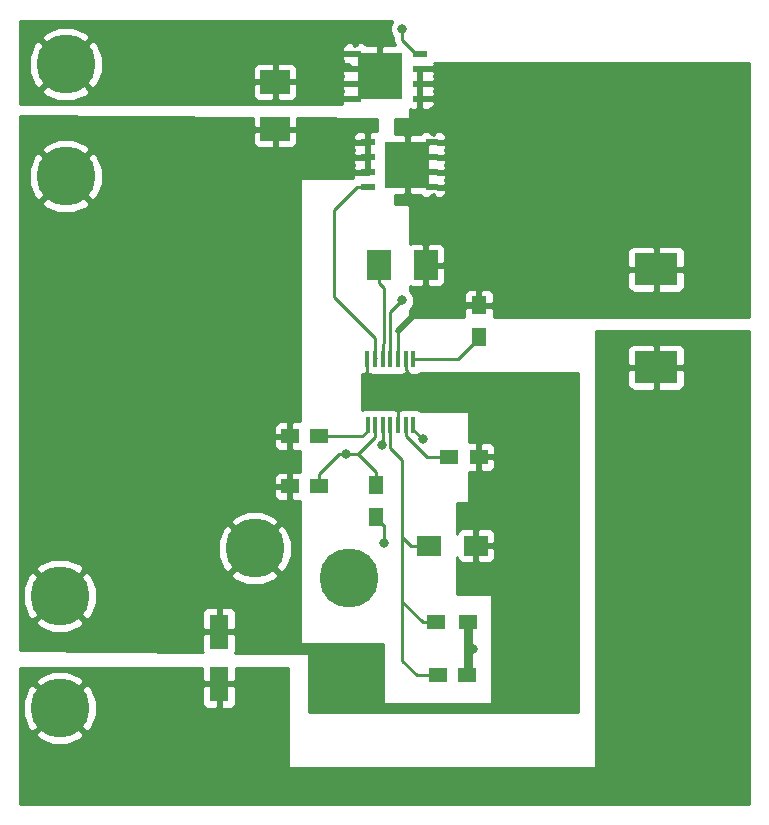
<source format=gbr>
G04 #@! TF.GenerationSoftware,KiCad,Pcbnew,(5.0.0)*
G04 #@! TF.CreationDate,2018-12-18T17:12:43+00:00*
G04 #@! TF.ProjectId,lm3150,6C6D333135302E6B696361645F706362,rev?*
G04 #@! TF.SameCoordinates,Original*
G04 #@! TF.FileFunction,Copper,L1,Top,Signal*
G04 #@! TF.FilePolarity,Positive*
%FSLAX46Y46*%
G04 Gerber Fmt 4.6, Leading zero omitted, Abs format (unit mm)*
G04 Created by KiCad (PCBNEW (5.0.0)) date 12/18/18 17:12:43*
%MOMM*%
%LPD*%
G01*
G04 APERTURE LIST*
G04 #@! TA.AperFunction,SMDPad,CuDef*
%ADD10R,2.500000X2.000000*%
G04 #@! TD*
G04 #@! TA.AperFunction,SMDPad,CuDef*
%ADD11R,1.500000X1.250000*%
G04 #@! TD*
G04 #@! TA.AperFunction,SMDPad,CuDef*
%ADD12R,2.000000X2.500000*%
G04 #@! TD*
G04 #@! TA.AperFunction,SMDPad,CuDef*
%ADD13R,1.600000X3.000000*%
G04 #@! TD*
G04 #@! TA.AperFunction,SMDPad,CuDef*
%ADD14R,3.600000X2.700000*%
G04 #@! TD*
G04 #@! TA.AperFunction,ComponentPad*
%ADD15C,5.000000*%
G04 #@! TD*
G04 #@! TA.AperFunction,SMDPad,CuDef*
%ADD16R,1.270000X0.610000*%
G04 #@! TD*
G04 #@! TA.AperFunction,SMDPad,CuDef*
%ADD17R,1.020000X0.610000*%
G04 #@! TD*
G04 #@! TA.AperFunction,SMDPad,CuDef*
%ADD18R,3.810000X3.910000*%
G04 #@! TD*
G04 #@! TA.AperFunction,SMDPad,CuDef*
%ADD19R,1.300000X1.500000*%
G04 #@! TD*
G04 #@! TA.AperFunction,SMDPad,CuDef*
%ADD20R,1.500000X1.300000*%
G04 #@! TD*
G04 #@! TA.AperFunction,SMDPad,CuDef*
%ADD21R,2.000000X1.700000*%
G04 #@! TD*
G04 #@! TA.AperFunction,SMDPad,CuDef*
%ADD22R,0.431800X1.397000*%
G04 #@! TD*
G04 #@! TA.AperFunction,ViaPad*
%ADD23C,0.800000*%
G04 #@! TD*
G04 #@! TA.AperFunction,Conductor*
%ADD24C,0.250000*%
G04 #@! TD*
G04 #@! TA.AperFunction,Conductor*
%ADD25C,0.500000*%
G04 #@! TD*
G04 #@! TA.AperFunction,Conductor*
%ADD26C,0.750000*%
G04 #@! TD*
G04 #@! TA.AperFunction,Conductor*
%ADD27C,0.254000*%
G04 #@! TD*
G04 APERTURE END LIST*
D10*
G04 #@! TO.P,C1,1*
G04 #@! TO.N,+12V*
X117750000Y-43000000D03*
G04 #@! TO.P,C1,2*
G04 #@! TO.N,GND*
X117750000Y-47000000D03*
G04 #@! TD*
D11*
G04 #@! TO.P,C2,2*
G04 #@! TO.N,+12V*
X121500000Y-77250000D03*
G04 #@! TO.P,C2,1*
G04 #@! TO.N,GND*
X119000000Y-77250000D03*
G04 #@! TD*
G04 #@! TO.P,C3,1*
G04 #@! TO.N,Net-(C3-Pad1)*
X132500000Y-74750000D03*
G04 #@! TO.P,C3,2*
G04 #@! TO.N,GND*
X135000000Y-74750000D03*
G04 #@! TD*
G04 #@! TO.P,C4,1*
G04 #@! TO.N,GND*
X119000000Y-73000000D03*
G04 #@! TO.P,C4,2*
G04 #@! TO.N,Net-(C4-Pad2)*
X121500000Y-73000000D03*
G04 #@! TD*
D12*
G04 #@! TO.P,C5,2*
G04 #@! TO.N,Net-(C5-Pad2)*
X126500000Y-58500000D03*
G04 #@! TO.P,C5,1*
G04 #@! TO.N,Net-(C5-Pad1)*
X130500000Y-58500000D03*
G04 #@! TD*
D11*
G04 #@! TO.P,C6,2*
G04 #@! TO.N,Net-(C6-Pad2)*
X134000000Y-93250000D03*
G04 #@! TO.P,C6,1*
G04 #@! TO.N,Net-(C6-Pad1)*
X131500000Y-93250000D03*
G04 #@! TD*
D13*
G04 #@! TO.P,C7,2*
G04 #@! TO.N,GND*
X113000000Y-89550000D03*
G04 #@! TO.P,C7,1*
G04 #@! TO.N,Net-(C6-Pad2)*
X113000000Y-93950000D03*
G04 #@! TD*
D14*
G04 #@! TO.P,L1,2*
G04 #@! TO.N,Net-(C6-Pad2)*
X150000000Y-67150000D03*
G04 #@! TO.P,L1,1*
G04 #@! TO.N,Net-(C5-Pad1)*
X150000000Y-58850000D03*
G04 #@! TD*
D15*
G04 #@! TO.P,MH1,1*
G04 #@! TO.N,GND*
X100000000Y-51000000D03*
G04 #@! TD*
G04 #@! TO.P,MH2,1*
G04 #@! TO.N,+12V*
X100000000Y-41500000D03*
G04 #@! TD*
G04 #@! TO.P,MH3,1*
G04 #@! TO.N,GND*
X116000000Y-82500000D03*
G04 #@! TD*
G04 #@! TO.P,MH4,1*
G04 #@! TO.N,Net-(MH4-Pad1)*
X124000000Y-85000000D03*
G04 #@! TD*
G04 #@! TO.P,MH5,1*
G04 #@! TO.N,Net-(C6-Pad2)*
X99500000Y-96000000D03*
G04 #@! TD*
G04 #@! TO.P,MH6,1*
G04 #@! TO.N,GND*
X99500000Y-86500000D03*
G04 #@! TD*
D16*
G04 #@! TO.P,Q1,1*
G04 #@! TO.N,Net-(C5-Pad1)*
X129980000Y-44405000D03*
G04 #@! TO.P,Q1,2*
X129980000Y-43135000D03*
G04 #@! TO.P,Q1,3*
X129980000Y-41865000D03*
G04 #@! TO.P,Q1,4*
G04 #@! TO.N,Net-(Q1-Pad4)*
X129980000Y-40595000D03*
D17*
G04 #@! TO.P,Q1,5*
G04 #@! TO.N,+12V*
X124515000Y-40595000D03*
X124515000Y-41865000D03*
X124515000Y-43135000D03*
X124515000Y-44405000D03*
D18*
X126620000Y-42500000D03*
G04 #@! TD*
G04 #@! TO.P,Q2,5*
G04 #@! TO.N,Net-(C5-Pad1)*
X128940000Y-50000000D03*
D17*
X131045000Y-48095000D03*
X131045000Y-49365000D03*
X131045000Y-50635000D03*
X131045000Y-51905000D03*
D16*
G04 #@! TO.P,Q2,4*
G04 #@! TO.N,Net-(Q2-Pad4)*
X125580000Y-51905000D03*
G04 #@! TO.P,Q2,3*
G04 #@! TO.N,GND*
X125580000Y-50635000D03*
G04 #@! TO.P,Q2,2*
X125580000Y-49365000D03*
G04 #@! TO.P,Q2,1*
X125580000Y-48095000D03*
G04 #@! TD*
D19*
G04 #@! TO.P,R1,2*
G04 #@! TO.N,Net-(R1-Pad2)*
X126250000Y-79850000D03*
G04 #@! TO.P,R1,1*
G04 #@! TO.N,+12V*
X126250000Y-77150000D03*
G04 #@! TD*
G04 #@! TO.P,R2,1*
G04 #@! TO.N,Net-(R2-Pad1)*
X135000000Y-64600000D03*
G04 #@! TO.P,R2,2*
G04 #@! TO.N,Net-(C5-Pad1)*
X135000000Y-61900000D03*
G04 #@! TD*
D20*
G04 #@! TO.P,R3,2*
G04 #@! TO.N,Net-(C6-Pad1)*
X131400000Y-88750000D03*
G04 #@! TO.P,R3,1*
G04 #@! TO.N,Net-(C6-Pad2)*
X134100000Y-88750000D03*
G04 #@! TD*
D21*
G04 #@! TO.P,R4,2*
G04 #@! TO.N,GND*
X134750000Y-82250000D03*
G04 #@! TO.P,R4,1*
G04 #@! TO.N,Net-(C6-Pad1)*
X130750000Y-82250000D03*
G04 #@! TD*
D22*
G04 #@! TO.P,U1,14*
G04 #@! TO.N,GND*
X125556900Y-66456000D03*
G04 #@! TO.P,U1,13*
G04 #@! TO.N,Net-(Q2-Pad4)*
X126204600Y-66456000D03*
G04 #@! TO.P,U1,12*
G04 #@! TO.N,Net-(C5-Pad2)*
X126852300Y-66456000D03*
G04 #@! TO.P,U1,11*
G04 #@! TO.N,Net-(Q1-Pad4)*
X127500000Y-66456000D03*
G04 #@! TO.P,U1,10*
G04 #@! TO.N,Net-(C5-Pad1)*
X128160400Y-66456000D03*
G04 #@! TO.P,U1,9*
G04 #@! TO.N,GND*
X128808100Y-66456000D03*
G04 #@! TO.P,U1,8*
G04 #@! TO.N,Net-(R2-Pad1)*
X129455800Y-66456000D03*
G04 #@! TO.P,U1,7*
G04 #@! TO.N,Net-(R1-Pad2)*
X129455800Y-72044000D03*
G04 #@! TO.P,U1,6*
G04 #@! TO.N,Net-(C3-Pad1)*
X128808100Y-72044000D03*
G04 #@! TO.P,U1,5*
G04 #@! TO.N,GND*
X128160400Y-72044000D03*
G04 #@! TO.P,U1,4*
G04 #@! TO.N,Net-(C6-Pad1)*
X127500000Y-72044000D03*
G04 #@! TO.P,U1,3*
G04 #@! TO.N,Net-(MH4-Pad1)*
X126865000Y-72044000D03*
G04 #@! TO.P,U1,2*
G04 #@! TO.N,+12V*
X126204600Y-72044000D03*
G04 #@! TO.P,U1,1*
G04 #@! TO.N,Net-(C4-Pad2)*
X125569600Y-72044000D03*
G04 #@! TD*
D23*
G04 #@! TO.N,+12V*
X121250000Y-43250000D03*
X123750000Y-74500000D03*
G04 #@! TO.N,GND*
X129000000Y-68000000D03*
X128000000Y-70500000D03*
X126000000Y-68500000D03*
X126000000Y-68500000D03*
G04 #@! TO.N,Net-(C6-Pad2)*
X134500000Y-91000000D03*
X145500000Y-91000000D03*
G04 #@! TO.N,Net-(MH4-Pad1)*
X126775000Y-73750000D03*
G04 #@! TO.N,Net-(Q1-Pad4)*
X128500000Y-61500000D03*
X128500000Y-38500000D03*
G04 #@! TO.N,Net-(R1-Pad2)*
X130250000Y-73250000D03*
X127000000Y-82000000D03*
G04 #@! TD*
D24*
G04 #@! TO.N,+12V*
X117750000Y-43000000D02*
X121000000Y-43000000D01*
X121000000Y-43000000D02*
X121250000Y-43250000D01*
X121500000Y-76375000D02*
X121500000Y-77250000D01*
X121500000Y-76184315D02*
X121500000Y-76375000D01*
X123184315Y-74500000D02*
X121500000Y-76184315D01*
X123750000Y-74500000D02*
X123184315Y-74500000D01*
X123750000Y-74500000D02*
X124750000Y-74500000D01*
X126250000Y-76000000D02*
X126250000Y-77150000D01*
X124750000Y-74500000D02*
X126250000Y-76000000D01*
X126204600Y-73045400D02*
X126204600Y-72044000D01*
X124750000Y-74500000D02*
X126204600Y-73045400D01*
X125985000Y-43135000D02*
X126620000Y-42500000D01*
X124515000Y-43135000D02*
X125985000Y-43135000D01*
X124515000Y-40595000D02*
X123405000Y-40595000D01*
X123405000Y-40595000D02*
X123405000Y-41095000D01*
X126620000Y-42495000D02*
X126620000Y-42500000D01*
X124720000Y-40595000D02*
X126620000Y-42495000D01*
X124515000Y-40595000D02*
X124720000Y-40595000D01*
X123945000Y-41500000D02*
X123000000Y-41500000D01*
X124310000Y-41865000D02*
X123945000Y-41500000D01*
X124515000Y-41865000D02*
X124310000Y-41865000D01*
X123405000Y-41095000D02*
X123000000Y-41500000D01*
X123000000Y-41500000D02*
X121250000Y-43250000D01*
X122405000Y-44405000D02*
X121250000Y-43250000D01*
X124515000Y-44405000D02*
X122405000Y-44405000D01*
G04 #@! TO.N,GND*
X125556900Y-66456000D02*
X125556900Y-67274999D01*
X128808100Y-67404500D02*
X129000000Y-67596400D01*
X128808100Y-66456000D02*
X128808100Y-67404500D01*
X129000000Y-67596400D02*
X129000000Y-68000000D01*
X128160400Y-72044000D02*
X128160400Y-70660400D01*
X128160400Y-70660400D02*
X128000000Y-70500000D01*
X125556900Y-66456000D02*
X125556900Y-68056900D01*
X125556900Y-68056900D02*
X126000000Y-68500000D01*
G04 #@! TO.N,Net-(C3-Pad1)*
X128808100Y-72992500D02*
X128808100Y-72044000D01*
X130565600Y-74750000D02*
X128808100Y-72992500D01*
X132500000Y-74750000D02*
X130565600Y-74750000D01*
G04 #@! TO.N,Net-(C4-Pad2)*
X125569600Y-72526600D02*
X125569600Y-72044000D01*
X125096200Y-73000000D02*
X125569600Y-72526600D01*
X121500000Y-73000000D02*
X125096200Y-73000000D01*
G04 #@! TO.N,Net-(C5-Pad2)*
X126852300Y-65507500D02*
X126852300Y-66456000D01*
X126852300Y-65220702D02*
X126852300Y-65507500D01*
X126975001Y-65098001D02*
X126852300Y-65220702D01*
X126975001Y-60475001D02*
X126975001Y-65098001D01*
X126500000Y-60000000D02*
X126975001Y-60475001D01*
X126500000Y-58500000D02*
X126500000Y-60000000D01*
D25*
G04 #@! TO.N,Net-(C5-Pad1)*
X135000000Y-61900000D02*
X130350000Y-61900000D01*
D24*
X128160400Y-64089600D02*
X128160400Y-66456000D01*
D25*
X130350000Y-61900000D02*
X128160400Y-64089600D01*
D24*
X128940000Y-49995000D02*
X128940000Y-50000000D01*
X130840000Y-48095000D02*
X128940000Y-49995000D01*
X131045000Y-48095000D02*
X130840000Y-48095000D01*
X129575000Y-49365000D02*
X128940000Y-50000000D01*
X131045000Y-49365000D02*
X129575000Y-49365000D01*
X129575000Y-50635000D02*
X128940000Y-50000000D01*
X131045000Y-50635000D02*
X129575000Y-50635000D01*
X128940000Y-50005000D02*
X128940000Y-50000000D01*
X130840000Y-51905000D02*
X128940000Y-50005000D01*
X131045000Y-51905000D02*
X130840000Y-51905000D01*
G04 #@! TO.N,Net-(C6-Pad2)*
X134100000Y-93150000D02*
X134000000Y-93250000D01*
X134100000Y-90600000D02*
X134500000Y-91000000D01*
X134100000Y-90500000D02*
X134100000Y-90600000D01*
D26*
X134100000Y-90500000D02*
X134100000Y-93150000D01*
X134100000Y-88750000D02*
X134100000Y-90500000D01*
D24*
G04 #@! TO.N,Net-(C6-Pad1)*
X127500000Y-72044000D02*
X127500000Y-74000000D01*
X127500000Y-74000000D02*
X128500000Y-75000000D01*
X129750000Y-93250000D02*
X131500000Y-93250000D01*
X128500000Y-92000000D02*
X129750000Y-93250000D01*
X128500000Y-87000000D02*
X128500000Y-92000000D01*
X130250000Y-88750000D02*
X131400000Y-88750000D01*
X128500000Y-87000000D02*
X130250000Y-88750000D01*
X128500000Y-81000000D02*
X128500000Y-81500000D01*
X128500000Y-81000000D02*
X128500000Y-87000000D01*
X128500000Y-75000000D02*
X128500000Y-81000000D01*
X129250000Y-82250000D02*
X130750000Y-82250000D01*
X128500000Y-81500000D02*
X129250000Y-82250000D01*
G04 #@! TO.N,Net-(MH4-Pad1)*
X126865000Y-72044000D02*
X126865000Y-73660000D01*
X126865000Y-73660000D02*
X126775000Y-73750000D01*
G04 #@! TO.N,Net-(Q1-Pad4)*
X127500000Y-66456000D02*
X127500000Y-62500000D01*
X127500000Y-62500000D02*
X128500000Y-61500000D01*
X129650000Y-40595000D02*
X129980000Y-40595000D01*
X128500000Y-39445000D02*
X129650000Y-40595000D01*
X128500000Y-38500000D02*
X128500000Y-39445000D01*
G04 #@! TO.N,Net-(Q2-Pad4)*
X126250000Y-66410600D02*
X126204600Y-66456000D01*
X126204600Y-64704600D02*
X126204600Y-66456000D01*
X122750000Y-61250000D02*
X126204600Y-64704600D01*
X122750000Y-53850000D02*
X122750000Y-61250000D01*
X125580000Y-51905000D02*
X124695000Y-51905000D01*
X124695000Y-51905000D02*
X122750000Y-53850000D01*
G04 #@! TO.N,Net-(R1-Pad2)*
X129455800Y-72044000D02*
X129455800Y-72455800D01*
X129455800Y-72455800D02*
X130250000Y-73250000D01*
X127000000Y-80600000D02*
X126250000Y-79850000D01*
X127000000Y-82000000D02*
X127000000Y-80600000D01*
G04 #@! TO.N,Net-(R2-Pad1)*
X135000000Y-64700000D02*
X135000000Y-64600000D01*
X133244000Y-66456000D02*
X135000000Y-64700000D01*
X129455800Y-66456000D02*
X133244000Y-66456000D01*
G04 #@! TD*
D27*
G04 #@! TO.N,+12V*
G36*
X127622569Y-37913720D02*
X127465000Y-38294126D01*
X127465000Y-38705874D01*
X127622569Y-39086280D01*
X127740001Y-39203712D01*
X127740001Y-39370149D01*
X127725112Y-39445000D01*
X127784097Y-39741537D01*
X127873000Y-39874590D01*
X127873000Y-39910000D01*
X126905750Y-39910000D01*
X126747000Y-40068750D01*
X126747000Y-42373000D01*
X126767000Y-42373000D01*
X126767000Y-42627000D01*
X126747000Y-42627000D01*
X126747000Y-42647000D01*
X126493000Y-42647000D01*
X126493000Y-42627000D01*
X126473000Y-42627000D01*
X126473000Y-42373000D01*
X126493000Y-42373000D01*
X126493000Y-40068750D01*
X126334250Y-39910000D01*
X125543026Y-39910000D01*
X125384698Y-39751673D01*
X125151309Y-39655000D01*
X124800750Y-39655000D01*
X124642000Y-39813750D01*
X124642000Y-39910000D01*
X124588691Y-39910000D01*
X124388000Y-39993129D01*
X124388000Y-39813750D01*
X124229250Y-39655000D01*
X123878691Y-39655000D01*
X123645302Y-39751673D01*
X123466673Y-39930301D01*
X123370000Y-40163690D01*
X123370000Y-40309250D01*
X123528750Y-40468000D01*
X124080000Y-40468000D01*
X124080000Y-40722000D01*
X123528750Y-40722000D01*
X123370000Y-40880750D01*
X123370000Y-41026310D01*
X123454371Y-41230000D01*
X123370000Y-41433690D01*
X123370000Y-41579250D01*
X123528750Y-41738000D01*
X124080000Y-41738000D01*
X124080000Y-41992000D01*
X123528750Y-41992000D01*
X123370000Y-42150750D01*
X123370000Y-42296310D01*
X123454371Y-42500000D01*
X123370000Y-42703690D01*
X123370000Y-42849250D01*
X123528750Y-43008000D01*
X124080000Y-43008000D01*
X124080000Y-43262000D01*
X123528750Y-43262000D01*
X123370000Y-43420750D01*
X123370000Y-43566310D01*
X123454371Y-43770000D01*
X123370000Y-43973690D01*
X123370000Y-44119250D01*
X123528750Y-44278000D01*
X124080000Y-44278000D01*
X124080000Y-44532000D01*
X123528750Y-44532000D01*
X123370000Y-44690750D01*
X123370000Y-44836310D01*
X123385198Y-44873000D01*
X96127000Y-44873000D01*
X96127000Y-43735880D01*
X97943725Y-43735880D01*
X98225421Y-44158564D01*
X99377892Y-44635294D01*
X100625072Y-44634705D01*
X101774579Y-44158564D01*
X102056275Y-43735880D01*
X100000000Y-41679605D01*
X97943725Y-43735880D01*
X96127000Y-43735880D01*
X96127000Y-40877892D01*
X96864706Y-40877892D01*
X96865295Y-42125072D01*
X97341436Y-43274579D01*
X97764120Y-43556275D01*
X99820395Y-41500000D01*
X100179605Y-41500000D01*
X102235880Y-43556275D01*
X102641801Y-43285750D01*
X115865000Y-43285750D01*
X115865000Y-44126309D01*
X115961673Y-44359698D01*
X116140301Y-44538327D01*
X116373690Y-44635000D01*
X117464250Y-44635000D01*
X117623000Y-44476250D01*
X117623000Y-43127000D01*
X117877000Y-43127000D01*
X117877000Y-44476250D01*
X118035750Y-44635000D01*
X119126310Y-44635000D01*
X119359699Y-44538327D01*
X119538327Y-44359698D01*
X119635000Y-44126309D01*
X119635000Y-43285750D01*
X119476250Y-43127000D01*
X117877000Y-43127000D01*
X117623000Y-43127000D01*
X116023750Y-43127000D01*
X115865000Y-43285750D01*
X102641801Y-43285750D01*
X102658564Y-43274579D01*
X103135294Y-42122108D01*
X103135177Y-41873691D01*
X115865000Y-41873691D01*
X115865000Y-42714250D01*
X116023750Y-42873000D01*
X117623000Y-42873000D01*
X117623000Y-41523750D01*
X117877000Y-41523750D01*
X117877000Y-42873000D01*
X119476250Y-42873000D01*
X119635000Y-42714250D01*
X119635000Y-41873691D01*
X119538327Y-41640302D01*
X119359699Y-41461673D01*
X119126310Y-41365000D01*
X118035750Y-41365000D01*
X117877000Y-41523750D01*
X117623000Y-41523750D01*
X117464250Y-41365000D01*
X116373690Y-41365000D01*
X116140301Y-41461673D01*
X115961673Y-41640302D01*
X115865000Y-41873691D01*
X103135177Y-41873691D01*
X103134705Y-40874928D01*
X102658564Y-39725421D01*
X102235880Y-39443725D01*
X100179605Y-41500000D01*
X99820395Y-41500000D01*
X97764120Y-39443725D01*
X97341436Y-39725421D01*
X96864706Y-40877892D01*
X96127000Y-40877892D01*
X96127000Y-39264120D01*
X97943725Y-39264120D01*
X100000000Y-41320395D01*
X102056275Y-39264120D01*
X101774579Y-38841436D01*
X100622108Y-38364706D01*
X99374928Y-38365295D01*
X98225421Y-38841436D01*
X97943725Y-39264120D01*
X96127000Y-39264120D01*
X96127000Y-37877000D01*
X127659289Y-37877000D01*
X127622569Y-37913720D01*
X127622569Y-37913720D01*
G37*
X127622569Y-37913720D02*
X127465000Y-38294126D01*
X127465000Y-38705874D01*
X127622569Y-39086280D01*
X127740001Y-39203712D01*
X127740001Y-39370149D01*
X127725112Y-39445000D01*
X127784097Y-39741537D01*
X127873000Y-39874590D01*
X127873000Y-39910000D01*
X126905750Y-39910000D01*
X126747000Y-40068750D01*
X126747000Y-42373000D01*
X126767000Y-42373000D01*
X126767000Y-42627000D01*
X126747000Y-42627000D01*
X126747000Y-42647000D01*
X126493000Y-42647000D01*
X126493000Y-42627000D01*
X126473000Y-42627000D01*
X126473000Y-42373000D01*
X126493000Y-42373000D01*
X126493000Y-40068750D01*
X126334250Y-39910000D01*
X125543026Y-39910000D01*
X125384698Y-39751673D01*
X125151309Y-39655000D01*
X124800750Y-39655000D01*
X124642000Y-39813750D01*
X124642000Y-39910000D01*
X124588691Y-39910000D01*
X124388000Y-39993129D01*
X124388000Y-39813750D01*
X124229250Y-39655000D01*
X123878691Y-39655000D01*
X123645302Y-39751673D01*
X123466673Y-39930301D01*
X123370000Y-40163690D01*
X123370000Y-40309250D01*
X123528750Y-40468000D01*
X124080000Y-40468000D01*
X124080000Y-40722000D01*
X123528750Y-40722000D01*
X123370000Y-40880750D01*
X123370000Y-41026310D01*
X123454371Y-41230000D01*
X123370000Y-41433690D01*
X123370000Y-41579250D01*
X123528750Y-41738000D01*
X124080000Y-41738000D01*
X124080000Y-41992000D01*
X123528750Y-41992000D01*
X123370000Y-42150750D01*
X123370000Y-42296310D01*
X123454371Y-42500000D01*
X123370000Y-42703690D01*
X123370000Y-42849250D01*
X123528750Y-43008000D01*
X124080000Y-43008000D01*
X124080000Y-43262000D01*
X123528750Y-43262000D01*
X123370000Y-43420750D01*
X123370000Y-43566310D01*
X123454371Y-43770000D01*
X123370000Y-43973690D01*
X123370000Y-44119250D01*
X123528750Y-44278000D01*
X124080000Y-44278000D01*
X124080000Y-44532000D01*
X123528750Y-44532000D01*
X123370000Y-44690750D01*
X123370000Y-44836310D01*
X123385198Y-44873000D01*
X96127000Y-44873000D01*
X96127000Y-43735880D01*
X97943725Y-43735880D01*
X98225421Y-44158564D01*
X99377892Y-44635294D01*
X100625072Y-44634705D01*
X101774579Y-44158564D01*
X102056275Y-43735880D01*
X100000000Y-41679605D01*
X97943725Y-43735880D01*
X96127000Y-43735880D01*
X96127000Y-40877892D01*
X96864706Y-40877892D01*
X96865295Y-42125072D01*
X97341436Y-43274579D01*
X97764120Y-43556275D01*
X99820395Y-41500000D01*
X100179605Y-41500000D01*
X102235880Y-43556275D01*
X102641801Y-43285750D01*
X115865000Y-43285750D01*
X115865000Y-44126309D01*
X115961673Y-44359698D01*
X116140301Y-44538327D01*
X116373690Y-44635000D01*
X117464250Y-44635000D01*
X117623000Y-44476250D01*
X117623000Y-43127000D01*
X117877000Y-43127000D01*
X117877000Y-44476250D01*
X118035750Y-44635000D01*
X119126310Y-44635000D01*
X119359699Y-44538327D01*
X119538327Y-44359698D01*
X119635000Y-44126309D01*
X119635000Y-43285750D01*
X119476250Y-43127000D01*
X117877000Y-43127000D01*
X117623000Y-43127000D01*
X116023750Y-43127000D01*
X115865000Y-43285750D01*
X102641801Y-43285750D01*
X102658564Y-43274579D01*
X103135294Y-42122108D01*
X103135177Y-41873691D01*
X115865000Y-41873691D01*
X115865000Y-42714250D01*
X116023750Y-42873000D01*
X117623000Y-42873000D01*
X117623000Y-41523750D01*
X117877000Y-41523750D01*
X117877000Y-42873000D01*
X119476250Y-42873000D01*
X119635000Y-42714250D01*
X119635000Y-41873691D01*
X119538327Y-41640302D01*
X119359699Y-41461673D01*
X119126310Y-41365000D01*
X118035750Y-41365000D01*
X117877000Y-41523750D01*
X117623000Y-41523750D01*
X117464250Y-41365000D01*
X116373690Y-41365000D01*
X116140301Y-41461673D01*
X115961673Y-41640302D01*
X115865000Y-41873691D01*
X103135177Y-41873691D01*
X103134705Y-40874928D01*
X102658564Y-39725421D01*
X102235880Y-39443725D01*
X100179605Y-41500000D01*
X99820395Y-41500000D01*
X97764120Y-39443725D01*
X97341436Y-39725421D01*
X96864706Y-40877892D01*
X96127000Y-40877892D01*
X96127000Y-39264120D01*
X97943725Y-39264120D01*
X100000000Y-41320395D01*
X102056275Y-39264120D01*
X101774579Y-38841436D01*
X100622108Y-38364706D01*
X99374928Y-38365295D01*
X98225421Y-38841436D01*
X97943725Y-39264120D01*
X96127000Y-39264120D01*
X96127000Y-37877000D01*
X127659289Y-37877000D01*
X127622569Y-37913720D01*
G04 #@! TO.N,GND*
G36*
X115865000Y-46039833D02*
X115865000Y-46714250D01*
X116023750Y-46873000D01*
X117623000Y-46873000D01*
X117623000Y-46853000D01*
X117877000Y-46853000D01*
X117877000Y-46873000D01*
X119476250Y-46873000D01*
X119635000Y-46714250D01*
X119635000Y-46070734D01*
X126373000Y-46125964D01*
X126373000Y-47168127D01*
X126341309Y-47155000D01*
X125865750Y-47155000D01*
X125707000Y-47313750D01*
X125707000Y-47968000D01*
X125727000Y-47968000D01*
X125727000Y-48222000D01*
X125707000Y-48222000D01*
X125707000Y-49238000D01*
X125727000Y-49238000D01*
X125727000Y-49492000D01*
X125707000Y-49492000D01*
X125707000Y-50508000D01*
X125727000Y-50508000D01*
X125727000Y-50762000D01*
X125707000Y-50762000D01*
X125707000Y-50782000D01*
X125453000Y-50782000D01*
X125453000Y-50762000D01*
X124468750Y-50762000D01*
X124310000Y-50920750D01*
X124310000Y-51066310D01*
X124333482Y-51123000D01*
X120000000Y-51123000D01*
X119951399Y-51132667D01*
X119910197Y-51160197D01*
X119882667Y-51201399D01*
X119873000Y-51250000D01*
X119873000Y-71740000D01*
X119285750Y-71740000D01*
X119127000Y-71898750D01*
X119127000Y-72873000D01*
X119147000Y-72873000D01*
X119147000Y-73127000D01*
X119127000Y-73127000D01*
X119127000Y-74101250D01*
X119285750Y-74260000D01*
X119873000Y-74260000D01*
X119873000Y-75990000D01*
X119285750Y-75990000D01*
X119127000Y-76148750D01*
X119127000Y-77123000D01*
X119147000Y-77123000D01*
X119147000Y-77377000D01*
X119127000Y-77377000D01*
X119127000Y-78351250D01*
X119285750Y-78510000D01*
X119873000Y-78510000D01*
X119873000Y-91371670D01*
X114377789Y-91314428D01*
X114435000Y-91176309D01*
X114435000Y-89835750D01*
X114276250Y-89677000D01*
X113127000Y-89677000D01*
X113127000Y-89697000D01*
X112873000Y-89697000D01*
X112873000Y-89677000D01*
X111723750Y-89677000D01*
X111565000Y-89835750D01*
X111565000Y-91176309D01*
X111610270Y-91285600D01*
X96127000Y-91124316D01*
X96127000Y-88735880D01*
X97443725Y-88735880D01*
X97725421Y-89158564D01*
X98877892Y-89635294D01*
X100125072Y-89634705D01*
X101274579Y-89158564D01*
X101556275Y-88735880D01*
X99500000Y-86679605D01*
X97443725Y-88735880D01*
X96127000Y-88735880D01*
X96127000Y-85877892D01*
X96364706Y-85877892D01*
X96365295Y-87125072D01*
X96841436Y-88274579D01*
X97264120Y-88556275D01*
X99320395Y-86500000D01*
X99679605Y-86500000D01*
X101735880Y-88556275D01*
X102158564Y-88274579D01*
X102303711Y-87923691D01*
X111565000Y-87923691D01*
X111565000Y-89264250D01*
X111723750Y-89423000D01*
X112873000Y-89423000D01*
X112873000Y-87573750D01*
X113127000Y-87573750D01*
X113127000Y-89423000D01*
X114276250Y-89423000D01*
X114435000Y-89264250D01*
X114435000Y-87923691D01*
X114338327Y-87690302D01*
X114159699Y-87511673D01*
X113926310Y-87415000D01*
X113285750Y-87415000D01*
X113127000Y-87573750D01*
X112873000Y-87573750D01*
X112714250Y-87415000D01*
X112073690Y-87415000D01*
X111840301Y-87511673D01*
X111661673Y-87690302D01*
X111565000Y-87923691D01*
X102303711Y-87923691D01*
X102635294Y-87122108D01*
X102634705Y-85874928D01*
X102162897Y-84735880D01*
X113943725Y-84735880D01*
X114225421Y-85158564D01*
X115377892Y-85635294D01*
X116625072Y-85634705D01*
X117774579Y-85158564D01*
X118056275Y-84735880D01*
X116000000Y-82679605D01*
X113943725Y-84735880D01*
X102162897Y-84735880D01*
X102158564Y-84725421D01*
X101735880Y-84443725D01*
X99679605Y-86500000D01*
X99320395Y-86500000D01*
X97264120Y-84443725D01*
X96841436Y-84725421D01*
X96364706Y-85877892D01*
X96127000Y-85877892D01*
X96127000Y-84264120D01*
X97443725Y-84264120D01*
X99500000Y-86320395D01*
X101556275Y-84264120D01*
X101274579Y-83841436D01*
X100122108Y-83364706D01*
X98874928Y-83365295D01*
X97725421Y-83841436D01*
X97443725Y-84264120D01*
X96127000Y-84264120D01*
X96127000Y-81877892D01*
X112864706Y-81877892D01*
X112865295Y-83125072D01*
X113341436Y-84274579D01*
X113764120Y-84556275D01*
X115820395Y-82500000D01*
X116179605Y-82500000D01*
X118235880Y-84556275D01*
X118658564Y-84274579D01*
X119135294Y-83122108D01*
X119134705Y-81874928D01*
X118658564Y-80725421D01*
X118235880Y-80443725D01*
X116179605Y-82500000D01*
X115820395Y-82500000D01*
X113764120Y-80443725D01*
X113341436Y-80725421D01*
X112864706Y-81877892D01*
X96127000Y-81877892D01*
X96127000Y-80264120D01*
X113943725Y-80264120D01*
X116000000Y-82320395D01*
X118056275Y-80264120D01*
X117774579Y-79841436D01*
X116622108Y-79364706D01*
X115374928Y-79365295D01*
X114225421Y-79841436D01*
X113943725Y-80264120D01*
X96127000Y-80264120D01*
X96127000Y-77535750D01*
X117615000Y-77535750D01*
X117615000Y-78001310D01*
X117711673Y-78234699D01*
X117890302Y-78413327D01*
X118123691Y-78510000D01*
X118714250Y-78510000D01*
X118873000Y-78351250D01*
X118873000Y-77377000D01*
X117773750Y-77377000D01*
X117615000Y-77535750D01*
X96127000Y-77535750D01*
X96127000Y-76498690D01*
X117615000Y-76498690D01*
X117615000Y-76964250D01*
X117773750Y-77123000D01*
X118873000Y-77123000D01*
X118873000Y-76148750D01*
X118714250Y-75990000D01*
X118123691Y-75990000D01*
X117890302Y-76086673D01*
X117711673Y-76265301D01*
X117615000Y-76498690D01*
X96127000Y-76498690D01*
X96127000Y-73285750D01*
X117615000Y-73285750D01*
X117615000Y-73751310D01*
X117711673Y-73984699D01*
X117890302Y-74163327D01*
X118123691Y-74260000D01*
X118714250Y-74260000D01*
X118873000Y-74101250D01*
X118873000Y-73127000D01*
X117773750Y-73127000D01*
X117615000Y-73285750D01*
X96127000Y-73285750D01*
X96127000Y-72248690D01*
X117615000Y-72248690D01*
X117615000Y-72714250D01*
X117773750Y-72873000D01*
X118873000Y-72873000D01*
X118873000Y-71898750D01*
X118714250Y-71740000D01*
X118123691Y-71740000D01*
X117890302Y-71836673D01*
X117711673Y-72015301D01*
X117615000Y-72248690D01*
X96127000Y-72248690D01*
X96127000Y-53235880D01*
X97943725Y-53235880D01*
X98225421Y-53658564D01*
X99377892Y-54135294D01*
X100625072Y-54134705D01*
X101774579Y-53658564D01*
X102056275Y-53235880D01*
X100000000Y-51179605D01*
X97943725Y-53235880D01*
X96127000Y-53235880D01*
X96127000Y-50377892D01*
X96864706Y-50377892D01*
X96865295Y-51625072D01*
X97341436Y-52774579D01*
X97764120Y-53056275D01*
X99820395Y-51000000D01*
X100179605Y-51000000D01*
X102235880Y-53056275D01*
X102658564Y-52774579D01*
X103135294Y-51622108D01*
X103134705Y-50374928D01*
X102834741Y-49650750D01*
X124310000Y-49650750D01*
X124310000Y-49796310D01*
X124394371Y-50000000D01*
X124310000Y-50203690D01*
X124310000Y-50349250D01*
X124468750Y-50508000D01*
X125453000Y-50508000D01*
X125453000Y-49492000D01*
X124468750Y-49492000D01*
X124310000Y-49650750D01*
X102834741Y-49650750D01*
X102658564Y-49225421D01*
X102235880Y-48943725D01*
X100179605Y-51000000D01*
X99820395Y-51000000D01*
X97764120Y-48943725D01*
X97341436Y-49225421D01*
X96864706Y-50377892D01*
X96127000Y-50377892D01*
X96127000Y-48764120D01*
X97943725Y-48764120D01*
X100000000Y-50820395D01*
X102056275Y-48764120D01*
X101774579Y-48341436D01*
X100622108Y-47864706D01*
X99374928Y-47865295D01*
X98225421Y-48341436D01*
X97943725Y-48764120D01*
X96127000Y-48764120D01*
X96127000Y-47285750D01*
X115865000Y-47285750D01*
X115865000Y-48126309D01*
X115961673Y-48359698D01*
X116140301Y-48538327D01*
X116373690Y-48635000D01*
X117464250Y-48635000D01*
X117623000Y-48476250D01*
X117623000Y-47127000D01*
X117877000Y-47127000D01*
X117877000Y-48476250D01*
X118035750Y-48635000D01*
X119126310Y-48635000D01*
X119359699Y-48538327D01*
X119517275Y-48380750D01*
X124310000Y-48380750D01*
X124310000Y-48526310D01*
X124394371Y-48730000D01*
X124310000Y-48933690D01*
X124310000Y-49079250D01*
X124468750Y-49238000D01*
X125453000Y-49238000D01*
X125453000Y-48222000D01*
X124468750Y-48222000D01*
X124310000Y-48380750D01*
X119517275Y-48380750D01*
X119538327Y-48359698D01*
X119635000Y-48126309D01*
X119635000Y-47663690D01*
X124310000Y-47663690D01*
X124310000Y-47809250D01*
X124468750Y-47968000D01*
X125453000Y-47968000D01*
X125453000Y-47313750D01*
X125294250Y-47155000D01*
X124818691Y-47155000D01*
X124585302Y-47251673D01*
X124406673Y-47430301D01*
X124310000Y-47663690D01*
X119635000Y-47663690D01*
X119635000Y-47285750D01*
X119476250Y-47127000D01*
X117877000Y-47127000D01*
X117623000Y-47127000D01*
X116023750Y-47127000D01*
X115865000Y-47285750D01*
X96127000Y-47285750D01*
X96127000Y-45878046D01*
X115865000Y-46039833D01*
X115865000Y-46039833D01*
G37*
X115865000Y-46039833D02*
X115865000Y-46714250D01*
X116023750Y-46873000D01*
X117623000Y-46873000D01*
X117623000Y-46853000D01*
X117877000Y-46853000D01*
X117877000Y-46873000D01*
X119476250Y-46873000D01*
X119635000Y-46714250D01*
X119635000Y-46070734D01*
X126373000Y-46125964D01*
X126373000Y-47168127D01*
X126341309Y-47155000D01*
X125865750Y-47155000D01*
X125707000Y-47313750D01*
X125707000Y-47968000D01*
X125727000Y-47968000D01*
X125727000Y-48222000D01*
X125707000Y-48222000D01*
X125707000Y-49238000D01*
X125727000Y-49238000D01*
X125727000Y-49492000D01*
X125707000Y-49492000D01*
X125707000Y-50508000D01*
X125727000Y-50508000D01*
X125727000Y-50762000D01*
X125707000Y-50762000D01*
X125707000Y-50782000D01*
X125453000Y-50782000D01*
X125453000Y-50762000D01*
X124468750Y-50762000D01*
X124310000Y-50920750D01*
X124310000Y-51066310D01*
X124333482Y-51123000D01*
X120000000Y-51123000D01*
X119951399Y-51132667D01*
X119910197Y-51160197D01*
X119882667Y-51201399D01*
X119873000Y-51250000D01*
X119873000Y-71740000D01*
X119285750Y-71740000D01*
X119127000Y-71898750D01*
X119127000Y-72873000D01*
X119147000Y-72873000D01*
X119147000Y-73127000D01*
X119127000Y-73127000D01*
X119127000Y-74101250D01*
X119285750Y-74260000D01*
X119873000Y-74260000D01*
X119873000Y-75990000D01*
X119285750Y-75990000D01*
X119127000Y-76148750D01*
X119127000Y-77123000D01*
X119147000Y-77123000D01*
X119147000Y-77377000D01*
X119127000Y-77377000D01*
X119127000Y-78351250D01*
X119285750Y-78510000D01*
X119873000Y-78510000D01*
X119873000Y-91371670D01*
X114377789Y-91314428D01*
X114435000Y-91176309D01*
X114435000Y-89835750D01*
X114276250Y-89677000D01*
X113127000Y-89677000D01*
X113127000Y-89697000D01*
X112873000Y-89697000D01*
X112873000Y-89677000D01*
X111723750Y-89677000D01*
X111565000Y-89835750D01*
X111565000Y-91176309D01*
X111610270Y-91285600D01*
X96127000Y-91124316D01*
X96127000Y-88735880D01*
X97443725Y-88735880D01*
X97725421Y-89158564D01*
X98877892Y-89635294D01*
X100125072Y-89634705D01*
X101274579Y-89158564D01*
X101556275Y-88735880D01*
X99500000Y-86679605D01*
X97443725Y-88735880D01*
X96127000Y-88735880D01*
X96127000Y-85877892D01*
X96364706Y-85877892D01*
X96365295Y-87125072D01*
X96841436Y-88274579D01*
X97264120Y-88556275D01*
X99320395Y-86500000D01*
X99679605Y-86500000D01*
X101735880Y-88556275D01*
X102158564Y-88274579D01*
X102303711Y-87923691D01*
X111565000Y-87923691D01*
X111565000Y-89264250D01*
X111723750Y-89423000D01*
X112873000Y-89423000D01*
X112873000Y-87573750D01*
X113127000Y-87573750D01*
X113127000Y-89423000D01*
X114276250Y-89423000D01*
X114435000Y-89264250D01*
X114435000Y-87923691D01*
X114338327Y-87690302D01*
X114159699Y-87511673D01*
X113926310Y-87415000D01*
X113285750Y-87415000D01*
X113127000Y-87573750D01*
X112873000Y-87573750D01*
X112714250Y-87415000D01*
X112073690Y-87415000D01*
X111840301Y-87511673D01*
X111661673Y-87690302D01*
X111565000Y-87923691D01*
X102303711Y-87923691D01*
X102635294Y-87122108D01*
X102634705Y-85874928D01*
X102162897Y-84735880D01*
X113943725Y-84735880D01*
X114225421Y-85158564D01*
X115377892Y-85635294D01*
X116625072Y-85634705D01*
X117774579Y-85158564D01*
X118056275Y-84735880D01*
X116000000Y-82679605D01*
X113943725Y-84735880D01*
X102162897Y-84735880D01*
X102158564Y-84725421D01*
X101735880Y-84443725D01*
X99679605Y-86500000D01*
X99320395Y-86500000D01*
X97264120Y-84443725D01*
X96841436Y-84725421D01*
X96364706Y-85877892D01*
X96127000Y-85877892D01*
X96127000Y-84264120D01*
X97443725Y-84264120D01*
X99500000Y-86320395D01*
X101556275Y-84264120D01*
X101274579Y-83841436D01*
X100122108Y-83364706D01*
X98874928Y-83365295D01*
X97725421Y-83841436D01*
X97443725Y-84264120D01*
X96127000Y-84264120D01*
X96127000Y-81877892D01*
X112864706Y-81877892D01*
X112865295Y-83125072D01*
X113341436Y-84274579D01*
X113764120Y-84556275D01*
X115820395Y-82500000D01*
X116179605Y-82500000D01*
X118235880Y-84556275D01*
X118658564Y-84274579D01*
X119135294Y-83122108D01*
X119134705Y-81874928D01*
X118658564Y-80725421D01*
X118235880Y-80443725D01*
X116179605Y-82500000D01*
X115820395Y-82500000D01*
X113764120Y-80443725D01*
X113341436Y-80725421D01*
X112864706Y-81877892D01*
X96127000Y-81877892D01*
X96127000Y-80264120D01*
X113943725Y-80264120D01*
X116000000Y-82320395D01*
X118056275Y-80264120D01*
X117774579Y-79841436D01*
X116622108Y-79364706D01*
X115374928Y-79365295D01*
X114225421Y-79841436D01*
X113943725Y-80264120D01*
X96127000Y-80264120D01*
X96127000Y-77535750D01*
X117615000Y-77535750D01*
X117615000Y-78001310D01*
X117711673Y-78234699D01*
X117890302Y-78413327D01*
X118123691Y-78510000D01*
X118714250Y-78510000D01*
X118873000Y-78351250D01*
X118873000Y-77377000D01*
X117773750Y-77377000D01*
X117615000Y-77535750D01*
X96127000Y-77535750D01*
X96127000Y-76498690D01*
X117615000Y-76498690D01*
X117615000Y-76964250D01*
X117773750Y-77123000D01*
X118873000Y-77123000D01*
X118873000Y-76148750D01*
X118714250Y-75990000D01*
X118123691Y-75990000D01*
X117890302Y-76086673D01*
X117711673Y-76265301D01*
X117615000Y-76498690D01*
X96127000Y-76498690D01*
X96127000Y-73285750D01*
X117615000Y-73285750D01*
X117615000Y-73751310D01*
X117711673Y-73984699D01*
X117890302Y-74163327D01*
X118123691Y-74260000D01*
X118714250Y-74260000D01*
X118873000Y-74101250D01*
X118873000Y-73127000D01*
X117773750Y-73127000D01*
X117615000Y-73285750D01*
X96127000Y-73285750D01*
X96127000Y-72248690D01*
X117615000Y-72248690D01*
X117615000Y-72714250D01*
X117773750Y-72873000D01*
X118873000Y-72873000D01*
X118873000Y-71898750D01*
X118714250Y-71740000D01*
X118123691Y-71740000D01*
X117890302Y-71836673D01*
X117711673Y-72015301D01*
X117615000Y-72248690D01*
X96127000Y-72248690D01*
X96127000Y-53235880D01*
X97943725Y-53235880D01*
X98225421Y-53658564D01*
X99377892Y-54135294D01*
X100625072Y-54134705D01*
X101774579Y-53658564D01*
X102056275Y-53235880D01*
X100000000Y-51179605D01*
X97943725Y-53235880D01*
X96127000Y-53235880D01*
X96127000Y-50377892D01*
X96864706Y-50377892D01*
X96865295Y-51625072D01*
X97341436Y-52774579D01*
X97764120Y-53056275D01*
X99820395Y-51000000D01*
X100179605Y-51000000D01*
X102235880Y-53056275D01*
X102658564Y-52774579D01*
X103135294Y-51622108D01*
X103134705Y-50374928D01*
X102834741Y-49650750D01*
X124310000Y-49650750D01*
X124310000Y-49796310D01*
X124394371Y-50000000D01*
X124310000Y-50203690D01*
X124310000Y-50349250D01*
X124468750Y-50508000D01*
X125453000Y-50508000D01*
X125453000Y-49492000D01*
X124468750Y-49492000D01*
X124310000Y-49650750D01*
X102834741Y-49650750D01*
X102658564Y-49225421D01*
X102235880Y-48943725D01*
X100179605Y-51000000D01*
X99820395Y-51000000D01*
X97764120Y-48943725D01*
X97341436Y-49225421D01*
X96864706Y-50377892D01*
X96127000Y-50377892D01*
X96127000Y-48764120D01*
X97943725Y-48764120D01*
X100000000Y-50820395D01*
X102056275Y-48764120D01*
X101774579Y-48341436D01*
X100622108Y-47864706D01*
X99374928Y-47865295D01*
X98225421Y-48341436D01*
X97943725Y-48764120D01*
X96127000Y-48764120D01*
X96127000Y-47285750D01*
X115865000Y-47285750D01*
X115865000Y-48126309D01*
X115961673Y-48359698D01*
X116140301Y-48538327D01*
X116373690Y-48635000D01*
X117464250Y-48635000D01*
X117623000Y-48476250D01*
X117623000Y-47127000D01*
X117877000Y-47127000D01*
X117877000Y-48476250D01*
X118035750Y-48635000D01*
X119126310Y-48635000D01*
X119359699Y-48538327D01*
X119517275Y-48380750D01*
X124310000Y-48380750D01*
X124310000Y-48526310D01*
X124394371Y-48730000D01*
X124310000Y-48933690D01*
X124310000Y-49079250D01*
X124468750Y-49238000D01*
X125453000Y-49238000D01*
X125453000Y-48222000D01*
X124468750Y-48222000D01*
X124310000Y-48380750D01*
X119517275Y-48380750D01*
X119538327Y-48359698D01*
X119635000Y-48126309D01*
X119635000Y-47663690D01*
X124310000Y-47663690D01*
X124310000Y-47809250D01*
X124468750Y-47968000D01*
X125453000Y-47968000D01*
X125453000Y-47313750D01*
X125294250Y-47155000D01*
X124818691Y-47155000D01*
X124585302Y-47251673D01*
X124406673Y-47430301D01*
X124310000Y-47663690D01*
X119635000Y-47663690D01*
X119635000Y-47285750D01*
X119476250Y-47127000D01*
X117877000Y-47127000D01*
X117623000Y-47127000D01*
X116023750Y-47127000D01*
X115865000Y-47285750D01*
X96127000Y-47285750D01*
X96127000Y-45878046D01*
X115865000Y-46039833D01*
G04 #@! TO.N,Net-(C6-Pad2)*
G36*
X157873000Y-104123000D02*
X96127000Y-104123000D01*
X96127000Y-98235880D01*
X97443725Y-98235880D01*
X97725421Y-98658564D01*
X98877892Y-99135294D01*
X100125072Y-99134705D01*
X101274579Y-98658564D01*
X101556275Y-98235880D01*
X99500000Y-96179605D01*
X97443725Y-98235880D01*
X96127000Y-98235880D01*
X96127000Y-95377892D01*
X96364706Y-95377892D01*
X96365295Y-96625072D01*
X96841436Y-97774579D01*
X97264120Y-98056275D01*
X99320395Y-96000000D01*
X99679605Y-96000000D01*
X101735880Y-98056275D01*
X102158564Y-97774579D01*
X102635294Y-96622108D01*
X102634705Y-95374928D01*
X102162843Y-94235750D01*
X111565000Y-94235750D01*
X111565000Y-95576309D01*
X111661673Y-95809698D01*
X111840301Y-95988327D01*
X112073690Y-96085000D01*
X112714250Y-96085000D01*
X112873000Y-95926250D01*
X112873000Y-94077000D01*
X113127000Y-94077000D01*
X113127000Y-95926250D01*
X113285750Y-96085000D01*
X113926310Y-96085000D01*
X114159699Y-95988327D01*
X114338327Y-95809698D01*
X114435000Y-95576309D01*
X114435000Y-94235750D01*
X114276250Y-94077000D01*
X113127000Y-94077000D01*
X112873000Y-94077000D01*
X111723750Y-94077000D01*
X111565000Y-94235750D01*
X102162843Y-94235750D01*
X102158564Y-94225421D01*
X101735880Y-93943725D01*
X99679605Y-96000000D01*
X99320395Y-96000000D01*
X97264120Y-93943725D01*
X96841436Y-94225421D01*
X96364706Y-95377892D01*
X96127000Y-95377892D01*
X96127000Y-93764120D01*
X97443725Y-93764120D01*
X99500000Y-95820395D01*
X101556275Y-93764120D01*
X101274579Y-93341436D01*
X100122108Y-92864706D01*
X98874928Y-92865295D01*
X97725421Y-93341436D01*
X97443725Y-93764120D01*
X96127000Y-93764120D01*
X96127000Y-92627000D01*
X111565000Y-92627000D01*
X111565000Y-93664250D01*
X111723750Y-93823000D01*
X112873000Y-93823000D01*
X112873000Y-93803000D01*
X113127000Y-93803000D01*
X113127000Y-93823000D01*
X114276250Y-93823000D01*
X114435000Y-93664250D01*
X114435000Y-92627000D01*
X118873000Y-92627000D01*
X118873000Y-101000000D01*
X118882667Y-101048601D01*
X118910197Y-101089803D01*
X118951399Y-101117333D01*
X119000000Y-101127000D01*
X144750000Y-101127000D01*
X144798601Y-101117333D01*
X144839803Y-101089803D01*
X144867333Y-101048601D01*
X144877000Y-101000000D01*
X144877000Y-67435750D01*
X147565000Y-67435750D01*
X147565000Y-68626309D01*
X147661673Y-68859698D01*
X147840301Y-69038327D01*
X148073690Y-69135000D01*
X149714250Y-69135000D01*
X149873000Y-68976250D01*
X149873000Y-67277000D01*
X150127000Y-67277000D01*
X150127000Y-68976250D01*
X150285750Y-69135000D01*
X151926310Y-69135000D01*
X152159699Y-69038327D01*
X152338327Y-68859698D01*
X152435000Y-68626309D01*
X152435000Y-67435750D01*
X152276250Y-67277000D01*
X150127000Y-67277000D01*
X149873000Y-67277000D01*
X147723750Y-67277000D01*
X147565000Y-67435750D01*
X144877000Y-67435750D01*
X144877000Y-65673691D01*
X147565000Y-65673691D01*
X147565000Y-66864250D01*
X147723750Y-67023000D01*
X149873000Y-67023000D01*
X149873000Y-65323750D01*
X150127000Y-65323750D01*
X150127000Y-67023000D01*
X152276250Y-67023000D01*
X152435000Y-66864250D01*
X152435000Y-65673691D01*
X152338327Y-65440302D01*
X152159699Y-65261673D01*
X151926310Y-65165000D01*
X150285750Y-65165000D01*
X150127000Y-65323750D01*
X149873000Y-65323750D01*
X149714250Y-65165000D01*
X148073690Y-65165000D01*
X147840301Y-65261673D01*
X147661673Y-65440302D01*
X147565000Y-65673691D01*
X144877000Y-65673691D01*
X144877000Y-64127000D01*
X157873000Y-64127000D01*
X157873000Y-104123000D01*
X157873000Y-104123000D01*
G37*
X157873000Y-104123000D02*
X96127000Y-104123000D01*
X96127000Y-98235880D01*
X97443725Y-98235880D01*
X97725421Y-98658564D01*
X98877892Y-99135294D01*
X100125072Y-99134705D01*
X101274579Y-98658564D01*
X101556275Y-98235880D01*
X99500000Y-96179605D01*
X97443725Y-98235880D01*
X96127000Y-98235880D01*
X96127000Y-95377892D01*
X96364706Y-95377892D01*
X96365295Y-96625072D01*
X96841436Y-97774579D01*
X97264120Y-98056275D01*
X99320395Y-96000000D01*
X99679605Y-96000000D01*
X101735880Y-98056275D01*
X102158564Y-97774579D01*
X102635294Y-96622108D01*
X102634705Y-95374928D01*
X102162843Y-94235750D01*
X111565000Y-94235750D01*
X111565000Y-95576309D01*
X111661673Y-95809698D01*
X111840301Y-95988327D01*
X112073690Y-96085000D01*
X112714250Y-96085000D01*
X112873000Y-95926250D01*
X112873000Y-94077000D01*
X113127000Y-94077000D01*
X113127000Y-95926250D01*
X113285750Y-96085000D01*
X113926310Y-96085000D01*
X114159699Y-95988327D01*
X114338327Y-95809698D01*
X114435000Y-95576309D01*
X114435000Y-94235750D01*
X114276250Y-94077000D01*
X113127000Y-94077000D01*
X112873000Y-94077000D01*
X111723750Y-94077000D01*
X111565000Y-94235750D01*
X102162843Y-94235750D01*
X102158564Y-94225421D01*
X101735880Y-93943725D01*
X99679605Y-96000000D01*
X99320395Y-96000000D01*
X97264120Y-93943725D01*
X96841436Y-94225421D01*
X96364706Y-95377892D01*
X96127000Y-95377892D01*
X96127000Y-93764120D01*
X97443725Y-93764120D01*
X99500000Y-95820395D01*
X101556275Y-93764120D01*
X101274579Y-93341436D01*
X100122108Y-92864706D01*
X98874928Y-92865295D01*
X97725421Y-93341436D01*
X97443725Y-93764120D01*
X96127000Y-93764120D01*
X96127000Y-92627000D01*
X111565000Y-92627000D01*
X111565000Y-93664250D01*
X111723750Y-93823000D01*
X112873000Y-93823000D01*
X112873000Y-93803000D01*
X113127000Y-93803000D01*
X113127000Y-93823000D01*
X114276250Y-93823000D01*
X114435000Y-93664250D01*
X114435000Y-92627000D01*
X118873000Y-92627000D01*
X118873000Y-101000000D01*
X118882667Y-101048601D01*
X118910197Y-101089803D01*
X118951399Y-101117333D01*
X119000000Y-101127000D01*
X144750000Y-101127000D01*
X144798601Y-101117333D01*
X144839803Y-101089803D01*
X144867333Y-101048601D01*
X144877000Y-101000000D01*
X144877000Y-67435750D01*
X147565000Y-67435750D01*
X147565000Y-68626309D01*
X147661673Y-68859698D01*
X147840301Y-69038327D01*
X148073690Y-69135000D01*
X149714250Y-69135000D01*
X149873000Y-68976250D01*
X149873000Y-67277000D01*
X150127000Y-67277000D01*
X150127000Y-68976250D01*
X150285750Y-69135000D01*
X151926310Y-69135000D01*
X152159699Y-69038327D01*
X152338327Y-68859698D01*
X152435000Y-68626309D01*
X152435000Y-67435750D01*
X152276250Y-67277000D01*
X150127000Y-67277000D01*
X149873000Y-67277000D01*
X147723750Y-67277000D01*
X147565000Y-67435750D01*
X144877000Y-67435750D01*
X144877000Y-65673691D01*
X147565000Y-65673691D01*
X147565000Y-66864250D01*
X147723750Y-67023000D01*
X149873000Y-67023000D01*
X149873000Y-65323750D01*
X150127000Y-65323750D01*
X150127000Y-67023000D01*
X152276250Y-67023000D01*
X152435000Y-66864250D01*
X152435000Y-65673691D01*
X152338327Y-65440302D01*
X152159699Y-65261673D01*
X151926310Y-65165000D01*
X150285750Y-65165000D01*
X150127000Y-65323750D01*
X149873000Y-65323750D01*
X149714250Y-65165000D01*
X148073690Y-65165000D01*
X147840301Y-65261673D01*
X147661673Y-65440302D01*
X147565000Y-65673691D01*
X144877000Y-65673691D01*
X144877000Y-64127000D01*
X157873000Y-64127000D01*
X157873000Y-104123000D01*
G04 #@! TO.N,Net-(C5-Pad1)*
G36*
X157873000Y-62873000D02*
X136244949Y-62873000D01*
X136285000Y-62776309D01*
X136285000Y-62185750D01*
X136126250Y-62027000D01*
X135127000Y-62027000D01*
X135127000Y-62047000D01*
X134873000Y-62047000D01*
X134873000Y-62027000D01*
X133873750Y-62027000D01*
X133715000Y-62185750D01*
X133715000Y-62776309D01*
X133755051Y-62873000D01*
X129127000Y-62873000D01*
X129127000Y-62336711D01*
X129377431Y-62086280D01*
X129535000Y-61705874D01*
X129535000Y-61294126D01*
X129422983Y-61023691D01*
X133715000Y-61023691D01*
X133715000Y-61614250D01*
X133873750Y-61773000D01*
X134873000Y-61773000D01*
X134873000Y-60673750D01*
X135127000Y-60673750D01*
X135127000Y-61773000D01*
X136126250Y-61773000D01*
X136285000Y-61614250D01*
X136285000Y-61023691D01*
X136188327Y-60790302D01*
X136009699Y-60611673D01*
X135776310Y-60515000D01*
X135285750Y-60515000D01*
X135127000Y-60673750D01*
X134873000Y-60673750D01*
X134714250Y-60515000D01*
X134223690Y-60515000D01*
X133990301Y-60611673D01*
X133811673Y-60790302D01*
X133715000Y-61023691D01*
X129422983Y-61023691D01*
X129377431Y-60913720D01*
X129127000Y-60663289D01*
X129127000Y-60275025D01*
X129140302Y-60288327D01*
X129373691Y-60385000D01*
X130214250Y-60385000D01*
X130373000Y-60226250D01*
X130373000Y-58627000D01*
X130627000Y-58627000D01*
X130627000Y-60226250D01*
X130785750Y-60385000D01*
X131626309Y-60385000D01*
X131859698Y-60288327D01*
X132038327Y-60109699D01*
X132135000Y-59876310D01*
X132135000Y-59135750D01*
X147565000Y-59135750D01*
X147565000Y-60326309D01*
X147661673Y-60559698D01*
X147840301Y-60738327D01*
X148073690Y-60835000D01*
X149714250Y-60835000D01*
X149873000Y-60676250D01*
X149873000Y-58977000D01*
X150127000Y-58977000D01*
X150127000Y-60676250D01*
X150285750Y-60835000D01*
X151926310Y-60835000D01*
X152159699Y-60738327D01*
X152338327Y-60559698D01*
X152435000Y-60326309D01*
X152435000Y-59135750D01*
X152276250Y-58977000D01*
X150127000Y-58977000D01*
X149873000Y-58977000D01*
X147723750Y-58977000D01*
X147565000Y-59135750D01*
X132135000Y-59135750D01*
X132135000Y-58785750D01*
X131976250Y-58627000D01*
X130627000Y-58627000D01*
X130373000Y-58627000D01*
X130353000Y-58627000D01*
X130353000Y-58373000D01*
X130373000Y-58373000D01*
X130373000Y-56773750D01*
X130627000Y-56773750D01*
X130627000Y-58373000D01*
X131976250Y-58373000D01*
X132135000Y-58214250D01*
X132135000Y-57373691D01*
X147565000Y-57373691D01*
X147565000Y-58564250D01*
X147723750Y-58723000D01*
X149873000Y-58723000D01*
X149873000Y-57023750D01*
X150127000Y-57023750D01*
X150127000Y-58723000D01*
X152276250Y-58723000D01*
X152435000Y-58564250D01*
X152435000Y-57373691D01*
X152338327Y-57140302D01*
X152159699Y-56961673D01*
X151926310Y-56865000D01*
X150285750Y-56865000D01*
X150127000Y-57023750D01*
X149873000Y-57023750D01*
X149714250Y-56865000D01*
X148073690Y-56865000D01*
X147840301Y-56961673D01*
X147661673Y-57140302D01*
X147565000Y-57373691D01*
X132135000Y-57373691D01*
X132135000Y-57123690D01*
X132038327Y-56890301D01*
X131859698Y-56711673D01*
X131626309Y-56615000D01*
X130785750Y-56615000D01*
X130627000Y-56773750D01*
X130373000Y-56773750D01*
X130214250Y-56615000D01*
X129373691Y-56615000D01*
X129140302Y-56711673D01*
X129127000Y-56724975D01*
X129127000Y-53500000D01*
X129117333Y-53451399D01*
X129089803Y-53410197D01*
X129048601Y-53382667D01*
X129000000Y-53373000D01*
X127877000Y-53373000D01*
X127877000Y-52590000D01*
X128654250Y-52590000D01*
X128813000Y-52431250D01*
X128813000Y-50127000D01*
X128793000Y-50127000D01*
X128793000Y-49873000D01*
X128813000Y-49873000D01*
X128813000Y-47568750D01*
X129067000Y-47568750D01*
X129067000Y-49873000D01*
X129087000Y-49873000D01*
X129087000Y-50127000D01*
X129067000Y-50127000D01*
X129067000Y-52431250D01*
X129225750Y-52590000D01*
X130016974Y-52590000D01*
X130175302Y-52748327D01*
X130408691Y-52845000D01*
X130759250Y-52845000D01*
X130918000Y-52686250D01*
X130918000Y-52590000D01*
X130971309Y-52590000D01*
X131172000Y-52506871D01*
X131172000Y-52686250D01*
X131330750Y-52845000D01*
X131681309Y-52845000D01*
X131914698Y-52748327D01*
X132093327Y-52569699D01*
X132190000Y-52336310D01*
X132190000Y-52190750D01*
X132031250Y-52032000D01*
X131480000Y-52032000D01*
X131480000Y-51778000D01*
X132031250Y-51778000D01*
X132190000Y-51619250D01*
X132190000Y-51473690D01*
X132105629Y-51270000D01*
X132190000Y-51066310D01*
X132190000Y-50920750D01*
X132031250Y-50762000D01*
X131480000Y-50762000D01*
X131480000Y-50508000D01*
X132031250Y-50508000D01*
X132190000Y-50349250D01*
X132190000Y-50203690D01*
X132105629Y-50000000D01*
X132190000Y-49796310D01*
X132190000Y-49650750D01*
X132031250Y-49492000D01*
X131480000Y-49492000D01*
X131480000Y-49238000D01*
X132031250Y-49238000D01*
X132190000Y-49079250D01*
X132190000Y-48933690D01*
X132105629Y-48730000D01*
X132190000Y-48526310D01*
X132190000Y-48380750D01*
X132031250Y-48222000D01*
X131480000Y-48222000D01*
X131480000Y-47968000D01*
X132031250Y-47968000D01*
X132190000Y-47809250D01*
X132190000Y-47663690D01*
X132093327Y-47430301D01*
X131914698Y-47251673D01*
X131681309Y-47155000D01*
X131330750Y-47155000D01*
X131172000Y-47313750D01*
X131172000Y-47493129D01*
X130971309Y-47410000D01*
X130918000Y-47410000D01*
X130918000Y-47313750D01*
X130759250Y-47155000D01*
X130408691Y-47155000D01*
X130175302Y-47251673D01*
X130016974Y-47410000D01*
X129225750Y-47410000D01*
X129067000Y-47568750D01*
X128813000Y-47568750D01*
X128654250Y-47410000D01*
X127877000Y-47410000D01*
X127877000Y-46127000D01*
X129000000Y-46127000D01*
X129048601Y-46117333D01*
X129089803Y-46089803D01*
X129117333Y-46048601D01*
X129127000Y-46000000D01*
X129127000Y-45307020D01*
X129218691Y-45345000D01*
X129694250Y-45345000D01*
X129853000Y-45186250D01*
X129853000Y-44532000D01*
X130107000Y-44532000D01*
X130107000Y-45186250D01*
X130265750Y-45345000D01*
X130741309Y-45345000D01*
X130974698Y-45248327D01*
X131153327Y-45069699D01*
X131250000Y-44836310D01*
X131250000Y-44690750D01*
X131091250Y-44532000D01*
X130107000Y-44532000D01*
X129853000Y-44532000D01*
X129833000Y-44532000D01*
X129833000Y-44278000D01*
X129853000Y-44278000D01*
X129853000Y-43262000D01*
X130107000Y-43262000D01*
X130107000Y-44278000D01*
X131091250Y-44278000D01*
X131250000Y-44119250D01*
X131250000Y-43973690D01*
X131165629Y-43770000D01*
X131250000Y-43566310D01*
X131250000Y-43420750D01*
X131091250Y-43262000D01*
X130107000Y-43262000D01*
X129853000Y-43262000D01*
X129833000Y-43262000D01*
X129833000Y-43008000D01*
X129853000Y-43008000D01*
X129853000Y-41992000D01*
X130107000Y-41992000D01*
X130107000Y-43008000D01*
X131091250Y-43008000D01*
X131250000Y-42849250D01*
X131250000Y-42703690D01*
X131165629Y-42500000D01*
X131250000Y-42296310D01*
X131250000Y-42150750D01*
X131091250Y-41992000D01*
X130107000Y-41992000D01*
X129853000Y-41992000D01*
X129833000Y-41992000D01*
X129833000Y-41738000D01*
X129853000Y-41738000D01*
X129853000Y-41718000D01*
X130107000Y-41718000D01*
X130107000Y-41738000D01*
X131091250Y-41738000D01*
X131250000Y-41579250D01*
X131250000Y-41433690D01*
X131226518Y-41377000D01*
X157873000Y-41377000D01*
X157873000Y-62873000D01*
X157873000Y-62873000D01*
G37*
X157873000Y-62873000D02*
X136244949Y-62873000D01*
X136285000Y-62776309D01*
X136285000Y-62185750D01*
X136126250Y-62027000D01*
X135127000Y-62027000D01*
X135127000Y-62047000D01*
X134873000Y-62047000D01*
X134873000Y-62027000D01*
X133873750Y-62027000D01*
X133715000Y-62185750D01*
X133715000Y-62776309D01*
X133755051Y-62873000D01*
X129127000Y-62873000D01*
X129127000Y-62336711D01*
X129377431Y-62086280D01*
X129535000Y-61705874D01*
X129535000Y-61294126D01*
X129422983Y-61023691D01*
X133715000Y-61023691D01*
X133715000Y-61614250D01*
X133873750Y-61773000D01*
X134873000Y-61773000D01*
X134873000Y-60673750D01*
X135127000Y-60673750D01*
X135127000Y-61773000D01*
X136126250Y-61773000D01*
X136285000Y-61614250D01*
X136285000Y-61023691D01*
X136188327Y-60790302D01*
X136009699Y-60611673D01*
X135776310Y-60515000D01*
X135285750Y-60515000D01*
X135127000Y-60673750D01*
X134873000Y-60673750D01*
X134714250Y-60515000D01*
X134223690Y-60515000D01*
X133990301Y-60611673D01*
X133811673Y-60790302D01*
X133715000Y-61023691D01*
X129422983Y-61023691D01*
X129377431Y-60913720D01*
X129127000Y-60663289D01*
X129127000Y-60275025D01*
X129140302Y-60288327D01*
X129373691Y-60385000D01*
X130214250Y-60385000D01*
X130373000Y-60226250D01*
X130373000Y-58627000D01*
X130627000Y-58627000D01*
X130627000Y-60226250D01*
X130785750Y-60385000D01*
X131626309Y-60385000D01*
X131859698Y-60288327D01*
X132038327Y-60109699D01*
X132135000Y-59876310D01*
X132135000Y-59135750D01*
X147565000Y-59135750D01*
X147565000Y-60326309D01*
X147661673Y-60559698D01*
X147840301Y-60738327D01*
X148073690Y-60835000D01*
X149714250Y-60835000D01*
X149873000Y-60676250D01*
X149873000Y-58977000D01*
X150127000Y-58977000D01*
X150127000Y-60676250D01*
X150285750Y-60835000D01*
X151926310Y-60835000D01*
X152159699Y-60738327D01*
X152338327Y-60559698D01*
X152435000Y-60326309D01*
X152435000Y-59135750D01*
X152276250Y-58977000D01*
X150127000Y-58977000D01*
X149873000Y-58977000D01*
X147723750Y-58977000D01*
X147565000Y-59135750D01*
X132135000Y-59135750D01*
X132135000Y-58785750D01*
X131976250Y-58627000D01*
X130627000Y-58627000D01*
X130373000Y-58627000D01*
X130353000Y-58627000D01*
X130353000Y-58373000D01*
X130373000Y-58373000D01*
X130373000Y-56773750D01*
X130627000Y-56773750D01*
X130627000Y-58373000D01*
X131976250Y-58373000D01*
X132135000Y-58214250D01*
X132135000Y-57373691D01*
X147565000Y-57373691D01*
X147565000Y-58564250D01*
X147723750Y-58723000D01*
X149873000Y-58723000D01*
X149873000Y-57023750D01*
X150127000Y-57023750D01*
X150127000Y-58723000D01*
X152276250Y-58723000D01*
X152435000Y-58564250D01*
X152435000Y-57373691D01*
X152338327Y-57140302D01*
X152159699Y-56961673D01*
X151926310Y-56865000D01*
X150285750Y-56865000D01*
X150127000Y-57023750D01*
X149873000Y-57023750D01*
X149714250Y-56865000D01*
X148073690Y-56865000D01*
X147840301Y-56961673D01*
X147661673Y-57140302D01*
X147565000Y-57373691D01*
X132135000Y-57373691D01*
X132135000Y-57123690D01*
X132038327Y-56890301D01*
X131859698Y-56711673D01*
X131626309Y-56615000D01*
X130785750Y-56615000D01*
X130627000Y-56773750D01*
X130373000Y-56773750D01*
X130214250Y-56615000D01*
X129373691Y-56615000D01*
X129140302Y-56711673D01*
X129127000Y-56724975D01*
X129127000Y-53500000D01*
X129117333Y-53451399D01*
X129089803Y-53410197D01*
X129048601Y-53382667D01*
X129000000Y-53373000D01*
X127877000Y-53373000D01*
X127877000Y-52590000D01*
X128654250Y-52590000D01*
X128813000Y-52431250D01*
X128813000Y-50127000D01*
X128793000Y-50127000D01*
X128793000Y-49873000D01*
X128813000Y-49873000D01*
X128813000Y-47568750D01*
X129067000Y-47568750D01*
X129067000Y-49873000D01*
X129087000Y-49873000D01*
X129087000Y-50127000D01*
X129067000Y-50127000D01*
X129067000Y-52431250D01*
X129225750Y-52590000D01*
X130016974Y-52590000D01*
X130175302Y-52748327D01*
X130408691Y-52845000D01*
X130759250Y-52845000D01*
X130918000Y-52686250D01*
X130918000Y-52590000D01*
X130971309Y-52590000D01*
X131172000Y-52506871D01*
X131172000Y-52686250D01*
X131330750Y-52845000D01*
X131681309Y-52845000D01*
X131914698Y-52748327D01*
X132093327Y-52569699D01*
X132190000Y-52336310D01*
X132190000Y-52190750D01*
X132031250Y-52032000D01*
X131480000Y-52032000D01*
X131480000Y-51778000D01*
X132031250Y-51778000D01*
X132190000Y-51619250D01*
X132190000Y-51473690D01*
X132105629Y-51270000D01*
X132190000Y-51066310D01*
X132190000Y-50920750D01*
X132031250Y-50762000D01*
X131480000Y-50762000D01*
X131480000Y-50508000D01*
X132031250Y-50508000D01*
X132190000Y-50349250D01*
X132190000Y-50203690D01*
X132105629Y-50000000D01*
X132190000Y-49796310D01*
X132190000Y-49650750D01*
X132031250Y-49492000D01*
X131480000Y-49492000D01*
X131480000Y-49238000D01*
X132031250Y-49238000D01*
X132190000Y-49079250D01*
X132190000Y-48933690D01*
X132105629Y-48730000D01*
X132190000Y-48526310D01*
X132190000Y-48380750D01*
X132031250Y-48222000D01*
X131480000Y-48222000D01*
X131480000Y-47968000D01*
X132031250Y-47968000D01*
X132190000Y-47809250D01*
X132190000Y-47663690D01*
X132093327Y-47430301D01*
X131914698Y-47251673D01*
X131681309Y-47155000D01*
X131330750Y-47155000D01*
X131172000Y-47313750D01*
X131172000Y-47493129D01*
X130971309Y-47410000D01*
X130918000Y-47410000D01*
X130918000Y-47313750D01*
X130759250Y-47155000D01*
X130408691Y-47155000D01*
X130175302Y-47251673D01*
X130016974Y-47410000D01*
X129225750Y-47410000D01*
X129067000Y-47568750D01*
X128813000Y-47568750D01*
X128654250Y-47410000D01*
X127877000Y-47410000D01*
X127877000Y-46127000D01*
X129000000Y-46127000D01*
X129048601Y-46117333D01*
X129089803Y-46089803D01*
X129117333Y-46048601D01*
X129127000Y-46000000D01*
X129127000Y-45307020D01*
X129218691Y-45345000D01*
X129694250Y-45345000D01*
X129853000Y-45186250D01*
X129853000Y-44532000D01*
X130107000Y-44532000D01*
X130107000Y-45186250D01*
X130265750Y-45345000D01*
X130741309Y-45345000D01*
X130974698Y-45248327D01*
X131153327Y-45069699D01*
X131250000Y-44836310D01*
X131250000Y-44690750D01*
X131091250Y-44532000D01*
X130107000Y-44532000D01*
X129853000Y-44532000D01*
X129833000Y-44532000D01*
X129833000Y-44278000D01*
X129853000Y-44278000D01*
X129853000Y-43262000D01*
X130107000Y-43262000D01*
X130107000Y-44278000D01*
X131091250Y-44278000D01*
X131250000Y-44119250D01*
X131250000Y-43973690D01*
X131165629Y-43770000D01*
X131250000Y-43566310D01*
X131250000Y-43420750D01*
X131091250Y-43262000D01*
X130107000Y-43262000D01*
X129853000Y-43262000D01*
X129833000Y-43262000D01*
X129833000Y-43008000D01*
X129853000Y-43008000D01*
X129853000Y-41992000D01*
X130107000Y-41992000D01*
X130107000Y-43008000D01*
X131091250Y-43008000D01*
X131250000Y-42849250D01*
X131250000Y-42703690D01*
X131165629Y-42500000D01*
X131250000Y-42296310D01*
X131250000Y-42150750D01*
X131091250Y-41992000D01*
X130107000Y-41992000D01*
X129853000Y-41992000D01*
X129833000Y-41992000D01*
X129833000Y-41738000D01*
X129853000Y-41738000D01*
X129853000Y-41718000D01*
X130107000Y-41718000D01*
X130107000Y-41738000D01*
X131091250Y-41738000D01*
X131250000Y-41579250D01*
X131250000Y-41433690D01*
X131226518Y-41377000D01*
X157873000Y-41377000D01*
X157873000Y-62873000D01*
G04 #@! TO.N,GND*
G36*
X125740935Y-67752657D02*
X125798135Y-67764035D01*
X125823600Y-67789500D01*
X125899109Y-67789500D01*
X125907885Y-67785865D01*
X125988700Y-67801940D01*
X126420500Y-67801940D01*
X126528450Y-67780468D01*
X126636400Y-67801940D01*
X127068200Y-67801940D01*
X127176150Y-67780468D01*
X127284100Y-67801940D01*
X127715900Y-67801940D01*
X127830200Y-67779205D01*
X127944500Y-67801940D01*
X128376300Y-67801940D01*
X128457115Y-67785865D01*
X128465891Y-67789500D01*
X128541400Y-67789500D01*
X128566865Y-67764035D01*
X128624065Y-67752657D01*
X128808100Y-67629688D01*
X128992135Y-67752657D01*
X129049335Y-67764035D01*
X129074800Y-67789500D01*
X129150309Y-67789500D01*
X129159085Y-67785865D01*
X129239900Y-67801940D01*
X129671700Y-67801940D01*
X129919465Y-67752657D01*
X130107523Y-67627000D01*
X143373000Y-67627000D01*
X143373000Y-96373000D01*
X120627000Y-96373000D01*
X120627000Y-91500000D01*
X120617333Y-91451399D01*
X120589803Y-91410197D01*
X120548601Y-91382667D01*
X120500000Y-91373000D01*
X119627000Y-91373000D01*
X119627000Y-90627000D01*
X126873000Y-90627000D01*
X126873000Y-95500000D01*
X126882667Y-95548601D01*
X126910197Y-95589803D01*
X126951399Y-95617333D01*
X127000000Y-95627000D01*
X136000000Y-95627000D01*
X136048601Y-95617333D01*
X136089803Y-95589803D01*
X136117333Y-95548601D01*
X136127000Y-95500000D01*
X136127000Y-86500000D01*
X136117333Y-86451399D01*
X136089803Y-86410197D01*
X136048601Y-86382667D01*
X136000000Y-86373000D01*
X133127000Y-86373000D01*
X133127000Y-83255281D01*
X133211673Y-83459699D01*
X133390302Y-83638327D01*
X133623691Y-83735000D01*
X134464250Y-83735000D01*
X134623000Y-83576250D01*
X134623000Y-82377000D01*
X134877000Y-82377000D01*
X134877000Y-83576250D01*
X135035750Y-83735000D01*
X135876309Y-83735000D01*
X136109698Y-83638327D01*
X136288327Y-83459699D01*
X136385000Y-83226310D01*
X136385000Y-82535750D01*
X136226250Y-82377000D01*
X134877000Y-82377000D01*
X134623000Y-82377000D01*
X134603000Y-82377000D01*
X134603000Y-82123000D01*
X134623000Y-82123000D01*
X134623000Y-80923750D01*
X134877000Y-80923750D01*
X134877000Y-82123000D01*
X136226250Y-82123000D01*
X136385000Y-81964250D01*
X136385000Y-81273690D01*
X136288327Y-81040301D01*
X136109698Y-80861673D01*
X135876309Y-80765000D01*
X135035750Y-80765000D01*
X134877000Y-80923750D01*
X134623000Y-80923750D01*
X134464250Y-80765000D01*
X133623691Y-80765000D01*
X133390302Y-80861673D01*
X133211673Y-81040301D01*
X133127000Y-81244719D01*
X133127000Y-78627000D01*
X134000000Y-78627000D01*
X134048601Y-78617333D01*
X134089803Y-78589803D01*
X134117333Y-78548601D01*
X134127000Y-78500000D01*
X134127000Y-76010000D01*
X134714250Y-76010000D01*
X134873000Y-75851250D01*
X134873000Y-74877000D01*
X135127000Y-74877000D01*
X135127000Y-75851250D01*
X135285750Y-76010000D01*
X135876309Y-76010000D01*
X136109698Y-75913327D01*
X136288327Y-75734699D01*
X136385000Y-75501310D01*
X136385000Y-75035750D01*
X136226250Y-74877000D01*
X135127000Y-74877000D01*
X134873000Y-74877000D01*
X134853000Y-74877000D01*
X134853000Y-74623000D01*
X134873000Y-74623000D01*
X134873000Y-73648750D01*
X135127000Y-73648750D01*
X135127000Y-74623000D01*
X136226250Y-74623000D01*
X136385000Y-74464250D01*
X136385000Y-73998690D01*
X136288327Y-73765301D01*
X136109698Y-73586673D01*
X135876309Y-73490000D01*
X135285750Y-73490000D01*
X135127000Y-73648750D01*
X134873000Y-73648750D01*
X134714250Y-73490000D01*
X134127000Y-73490000D01*
X134127000Y-71000000D01*
X134117333Y-70951399D01*
X134089803Y-70910197D01*
X134048601Y-70882667D01*
X134000000Y-70873000D01*
X130107523Y-70873000D01*
X129919465Y-70747343D01*
X129671700Y-70698060D01*
X129239900Y-70698060D01*
X129131950Y-70719532D01*
X129024000Y-70698060D01*
X128592200Y-70698060D01*
X128511385Y-70714135D01*
X128502609Y-70710500D01*
X128427100Y-70710500D01*
X128401635Y-70735965D01*
X128344435Y-70747343D01*
X128156377Y-70873000D01*
X128151723Y-70873000D01*
X127963665Y-70747343D01*
X127922319Y-70739119D01*
X127893700Y-70710500D01*
X127818191Y-70710500D01*
X127805295Y-70715842D01*
X127715900Y-70698060D01*
X127284100Y-70698060D01*
X127182500Y-70718269D01*
X127080900Y-70698060D01*
X126649100Y-70698060D01*
X126534800Y-70720795D01*
X126420500Y-70698060D01*
X125988700Y-70698060D01*
X125887100Y-70718269D01*
X125785500Y-70698060D01*
X125353700Y-70698060D01*
X125127000Y-70743153D01*
X125127000Y-67753177D01*
X125214691Y-67789500D01*
X125290200Y-67789500D01*
X125448950Y-67630750D01*
X125448950Y-67627000D01*
X125552877Y-67627000D01*
X125740935Y-67752657D01*
X125740935Y-67752657D01*
G37*
X125740935Y-67752657D02*
X125798135Y-67764035D01*
X125823600Y-67789500D01*
X125899109Y-67789500D01*
X125907885Y-67785865D01*
X125988700Y-67801940D01*
X126420500Y-67801940D01*
X126528450Y-67780468D01*
X126636400Y-67801940D01*
X127068200Y-67801940D01*
X127176150Y-67780468D01*
X127284100Y-67801940D01*
X127715900Y-67801940D01*
X127830200Y-67779205D01*
X127944500Y-67801940D01*
X128376300Y-67801940D01*
X128457115Y-67785865D01*
X128465891Y-67789500D01*
X128541400Y-67789500D01*
X128566865Y-67764035D01*
X128624065Y-67752657D01*
X128808100Y-67629688D01*
X128992135Y-67752657D01*
X129049335Y-67764035D01*
X129074800Y-67789500D01*
X129150309Y-67789500D01*
X129159085Y-67785865D01*
X129239900Y-67801940D01*
X129671700Y-67801940D01*
X129919465Y-67752657D01*
X130107523Y-67627000D01*
X143373000Y-67627000D01*
X143373000Y-96373000D01*
X120627000Y-96373000D01*
X120627000Y-91500000D01*
X120617333Y-91451399D01*
X120589803Y-91410197D01*
X120548601Y-91382667D01*
X120500000Y-91373000D01*
X119627000Y-91373000D01*
X119627000Y-90627000D01*
X126873000Y-90627000D01*
X126873000Y-95500000D01*
X126882667Y-95548601D01*
X126910197Y-95589803D01*
X126951399Y-95617333D01*
X127000000Y-95627000D01*
X136000000Y-95627000D01*
X136048601Y-95617333D01*
X136089803Y-95589803D01*
X136117333Y-95548601D01*
X136127000Y-95500000D01*
X136127000Y-86500000D01*
X136117333Y-86451399D01*
X136089803Y-86410197D01*
X136048601Y-86382667D01*
X136000000Y-86373000D01*
X133127000Y-86373000D01*
X133127000Y-83255281D01*
X133211673Y-83459699D01*
X133390302Y-83638327D01*
X133623691Y-83735000D01*
X134464250Y-83735000D01*
X134623000Y-83576250D01*
X134623000Y-82377000D01*
X134877000Y-82377000D01*
X134877000Y-83576250D01*
X135035750Y-83735000D01*
X135876309Y-83735000D01*
X136109698Y-83638327D01*
X136288327Y-83459699D01*
X136385000Y-83226310D01*
X136385000Y-82535750D01*
X136226250Y-82377000D01*
X134877000Y-82377000D01*
X134623000Y-82377000D01*
X134603000Y-82377000D01*
X134603000Y-82123000D01*
X134623000Y-82123000D01*
X134623000Y-80923750D01*
X134877000Y-80923750D01*
X134877000Y-82123000D01*
X136226250Y-82123000D01*
X136385000Y-81964250D01*
X136385000Y-81273690D01*
X136288327Y-81040301D01*
X136109698Y-80861673D01*
X135876309Y-80765000D01*
X135035750Y-80765000D01*
X134877000Y-80923750D01*
X134623000Y-80923750D01*
X134464250Y-80765000D01*
X133623691Y-80765000D01*
X133390302Y-80861673D01*
X133211673Y-81040301D01*
X133127000Y-81244719D01*
X133127000Y-78627000D01*
X134000000Y-78627000D01*
X134048601Y-78617333D01*
X134089803Y-78589803D01*
X134117333Y-78548601D01*
X134127000Y-78500000D01*
X134127000Y-76010000D01*
X134714250Y-76010000D01*
X134873000Y-75851250D01*
X134873000Y-74877000D01*
X135127000Y-74877000D01*
X135127000Y-75851250D01*
X135285750Y-76010000D01*
X135876309Y-76010000D01*
X136109698Y-75913327D01*
X136288327Y-75734699D01*
X136385000Y-75501310D01*
X136385000Y-75035750D01*
X136226250Y-74877000D01*
X135127000Y-74877000D01*
X134873000Y-74877000D01*
X134853000Y-74877000D01*
X134853000Y-74623000D01*
X134873000Y-74623000D01*
X134873000Y-73648750D01*
X135127000Y-73648750D01*
X135127000Y-74623000D01*
X136226250Y-74623000D01*
X136385000Y-74464250D01*
X136385000Y-73998690D01*
X136288327Y-73765301D01*
X136109698Y-73586673D01*
X135876309Y-73490000D01*
X135285750Y-73490000D01*
X135127000Y-73648750D01*
X134873000Y-73648750D01*
X134714250Y-73490000D01*
X134127000Y-73490000D01*
X134127000Y-71000000D01*
X134117333Y-70951399D01*
X134089803Y-70910197D01*
X134048601Y-70882667D01*
X134000000Y-70873000D01*
X130107523Y-70873000D01*
X129919465Y-70747343D01*
X129671700Y-70698060D01*
X129239900Y-70698060D01*
X129131950Y-70719532D01*
X129024000Y-70698060D01*
X128592200Y-70698060D01*
X128511385Y-70714135D01*
X128502609Y-70710500D01*
X128427100Y-70710500D01*
X128401635Y-70735965D01*
X128344435Y-70747343D01*
X128156377Y-70873000D01*
X128151723Y-70873000D01*
X127963665Y-70747343D01*
X127922319Y-70739119D01*
X127893700Y-70710500D01*
X127818191Y-70710500D01*
X127805295Y-70715842D01*
X127715900Y-70698060D01*
X127284100Y-70698060D01*
X127182500Y-70718269D01*
X127080900Y-70698060D01*
X126649100Y-70698060D01*
X126534800Y-70720795D01*
X126420500Y-70698060D01*
X125988700Y-70698060D01*
X125887100Y-70718269D01*
X125785500Y-70698060D01*
X125353700Y-70698060D01*
X125127000Y-70743153D01*
X125127000Y-67753177D01*
X125214691Y-67789500D01*
X125290200Y-67789500D01*
X125448950Y-67630750D01*
X125448950Y-67627000D01*
X125552877Y-67627000D01*
X125740935Y-67752657D01*
G04 #@! TD*
M02*

</source>
